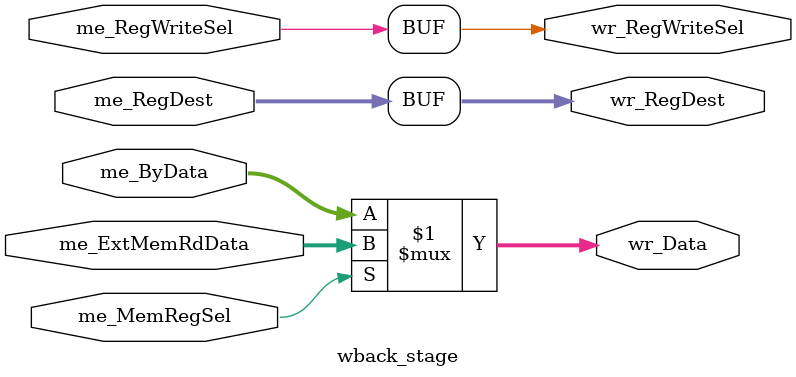
<source format=v>


module wback_stage (	 
			
		me_ExtMemRdData,
		me_MemRegSel,
		me_RegWriteSel,
		me_RegDest,
		me_ByData,

		wr_RegDest,
		wr_Data,
		wr_RegWriteSel	
		);
	
                
input  [31:0]	me_ExtMemRdData;
input 		me_MemRegSel;
input 		me_RegWriteSel;
input  [4:0]	me_RegDest;
input  [31:0]	me_ByData;

output [4:0]	wr_RegDest;
output [31:0]	wr_Data;
output 		wr_RegWriteSel;

			

	//--------------------------
	//  Wire Declarations
	//--------------------------

 assign	  wr_Data = (me_MemRegSel) ? me_ExtMemRdData
 				   : me_ByData;

 assign   wr_RegDest     = me_RegDest;
 assign   wr_RegWriteSel = me_RegWriteSel;

endmodule       

</source>
